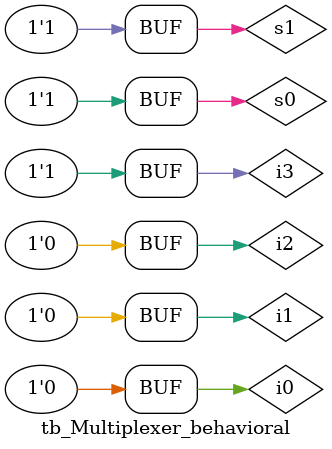
<source format=v>
`timescale 1ns / 1ps

module tb_Multiplexer_behavioral;

    // the order in which it will appear with simultation is run
    // Inputs to be defined as registers
    reg i0;
    reg i1;
    reg i2;
    reg i3;
    reg s0;
    reg s1;
    // Outputs to be defined as wires
    wire d;
    
    
    // Instantiate the Unit Under Test (UUT)
    // Records what's in the wave form by this format: wire/reg(coressponding name to be displayed on wave form)
    Multiplexer_behavioral uut (
        .s0(s0),
        .s1(s1),
        .i0(i0),
        .i1(i1),
        .i2(i2),
        .i3(i3),
        .d(d)
    );
    
    // Begin the wave forms
    initial begin
        // Initialize Inputs to 0
        s0 = 0;
        s1 = 0;
        i0 = 0;
        i1 = 0;
        i2 = 0;
        i3 = 0;    
    
        // Wait 50 ns for global reset to finish
        #50;
        
        // Stimulus - All input combinations followed by some wait time to observe the o/p
        // if (d != 1'b0) means "if the output d does NOT equal a bit value of 0"
        // made s1 first and s2 second for better readability
        
        // for s1s0 = 00
        s1 = 0;
        s0 = 0;
        i0 = 0;
        i1 = 0;
        i2 = 0;
        i3 = 0;
        #50;
        $display ("TC01");
        if (d != 1'b0) $display ("Result is wrong");

        s1 = 0;
        s0 = 0;
        i0 = 1;
        i1 = 0;
        i2 = 0;
        i3 = 0;
        #50;
        $display ("TC02");
        if (d != 1'b1) $display ("Result is wrong");

        // for s1s0 = 01
        s1 = 0;        
        s0 = 1;
        i0 = 0;
        i1 = 0;
        i2 = 0;
        i3 = 0;
        #50
        $display ("TC03");
        if (d != 1'b0) $display ("Result is wrong");
        
        s1 = 0;
        s0 = 1;
        i0 = 0;
        i1 = 1;
        i2 = 0;
        i3 = 0;
        #50
        $display ("TC04");
        if (d != 1'b1) $display ("Result is wrong");
        
        // for s1s0 = 10
        s1 = 1;
        s0 = 0;
        i0 = 0;
        i1 = 0;
        i2 = 0;
        i3 = 0;
        #50
        $display ("TC05"); 
        if (d != 1'b0) $display ("Result is wrong");
        
        s1 = 1;
        s0 = 0;
        i0 = 0;
        i1 = 0;
        i2 = 1;
        i3 = 0;
        #50
        $display ("TC06"); 
        if (d != 1'b1) $display ("Result is wrong");
        
        // for s1s0 = 11
        s1 = 1;
        s0 = 1;
        i0 = 0;
        i1 = 0;
        i2 = 0;
        i3 = 0;
        #50
        $display ("TC07"); 
        if (d != 1'b0) $display ("Result is wrong");
        
        s1 = 1;
        s0 = 1;
        i0 = 0;
        i1 = 0;
        i2 = 0;
        i3 = 1;
        #50
        $display ("TC08"); 
        if (d != 1'b1) $display ("Result is wrong");
        
    end
    
endmodule
</source>
